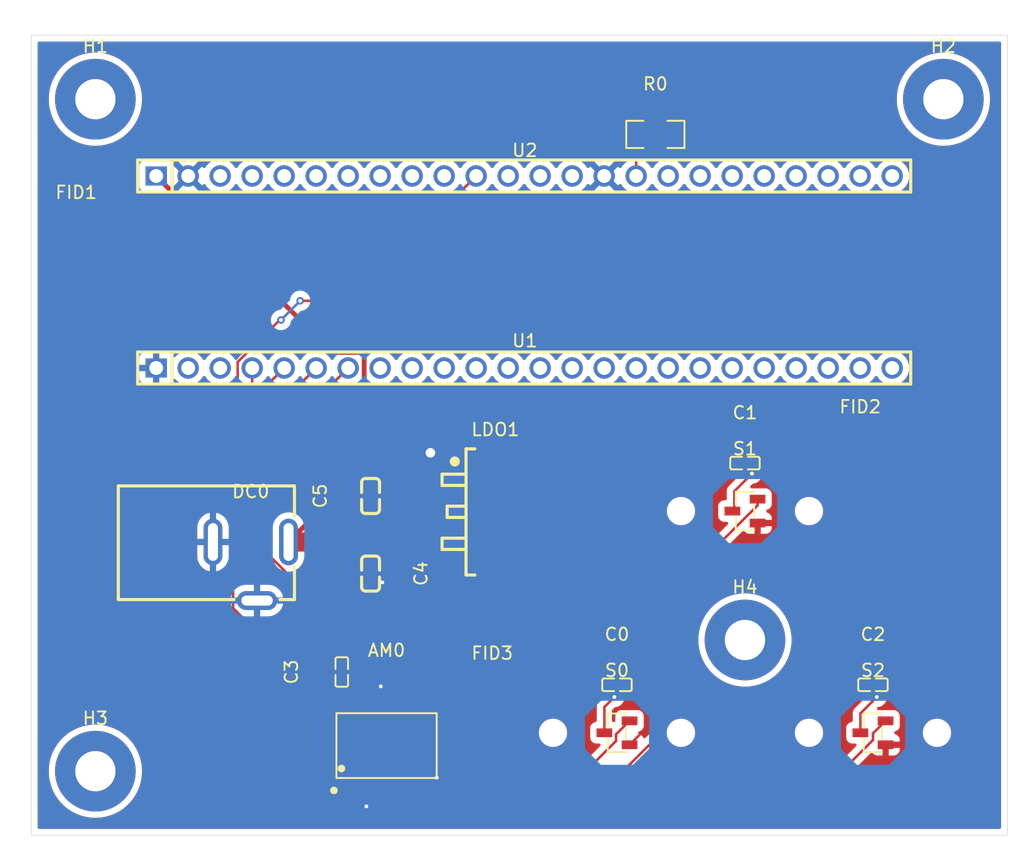
<source format=kicad_pcb>
(kicad_pcb (version 20240108) (generator "pcbnew") (generator_version "8.0")
  (layers (0 "F.Cu" signal) (31 "B.Cu" signal) (34 "B.Paste" user) (35 "F.Paste" user) (36 "B.SilkS" user "B.Silkscreen") (37 "F.SilkS" user "F.Silkscreen") (38 "B.Mask" user) (39 "F.Mask" user) (44 "Edge.Cuts" user))
  (net 0 "")
  (net 1 "AM0:1")
  (net 2 "CONTROL2")
  (net 3 "AM0:0")
  (net 4 "GND")
  (net 5 "AM0:2")
  (net 6 "CONTROL3")
  (net 7 "CONTROL1")
  (net 8 "AM0")
  (net 9 "CONTROL0")
  (net 10 "+3.3V")
  (net 11 "+5V")
  (net 12 "Net-(U0-41_A17)")
  (net 13 "Net-(U0-3V3-Pad15)")
  (net 14 "Net-(U0-1_TX1_CTX2_MISO1)")
  (net 15 "Net-(U0-36_CS)")
  (net 16 "Net-(U0-21_A7_RX5_BCLK1)")
  (net 17 "Net-(U0-33_MCLK2)")
  (net 18 "Net-(U0-24_A10_TX6_SCL2)")
  (net 19 "Net-(U0-27_A13_SCK1)")
  (net 20 "Net-(U0-14_A0_TX3_SPDIF_OUT)")
  (net 21 "Net-(U0-3V3-Pad46)")
  (net 22 "Net-(U0-15_A1_RX3_SPDIF_IN)")
  (net 23 "Net-(U0-39_MISO1_OUT1A)")
  (net 24 "Net-(U0-12_MISO_MQSL)")
  (net 25 "Net-(U0-22_A8_CTX1)")
  (net 26 "Net-(U0-40_A16)")
  (net 27 "Net-(U0-29_TX7)")
  (net 28 "Net-(U0-34_RX8)")
  (net 29 "Net-(U0-9_OUT1C)")
  (net 30 "Net-(U0-6_OUT1D)")
  (net 31 "Net-(U0-32_OUT1B)")
  (net 32 "Net-(U0-17_A3_TX4_SDA1)")
  (net 33 "Net-(U0-31_CTX3)")
  (net 34 "Net-(U0-11_MOSI_CTX1)")
  (net 35 "Net-(U0-26_A12_MOSI1)")
  (net 36 "Net-(U0-7_RX2_OUT1A)")
  (net 37 "Net-(U0-8_TX2_IN1)")
  (net 38 "Net-(U0-38_CS1_IN1)")
  (net 39 "Net-(U0-0_RX1_CRX2_CS1)")
  (net 40 "Net-(U0-23_A9_CRX1_MCLK1)")
  (net 41 "Net-(U0-35_TX8)")
  (net 42 "Net-(U0-10_CS_MQSR)")
  (net 43 "Net-(U0-20_A6_TX5_LRCLK1)")
  (net 44 "Net-(U0-19_A5_SCL)")
  (net 45 "Net-(U0-30_CRX3)")
  (net 46 "Net-(U0-18_A4_SDA)")
  (net 47 "Net-(U0-28_RX7)")
  (net 48 "Net-(U0-37_CS)")
  (net 49 "Net-(U0-13_SCK_LED)")
  (net 50 "Net-(U0-25_A11_RX6_SDA2)")
  (footprint "jlcpcb:C0402" (layer "F.Cu") (at 81.992 54.538371)
    (property "Reference" "C1" (at 0 -4 0) (layer "F.SilkS"))
    (property "Value" "CL05B104KA5NNNC")
    (fp_line (start -1.17 0.35) (end -1.17 -0.35) (stroke (width 0.15)) (layer "F.SilkS"))
    (fp_line (start -1.02 -0.5) (end -0.23 -0.5) (stroke (width 0.15)) (layer "F.SilkS"))
    (fp_line (start -0.23 0.5) (end -1.02 0.5) (stroke (width 0.15)) (layer "F.SilkS"))
    (fp_line (start 0.23 0.5) (end 1.02 0.5) (stroke (width 0.15)) (layer "F.SilkS"))
    (fp_line (start 1.02 -0.5) (end 0.23 -0.5) (stroke (width 0.15)) (layer "F.SilkS"))
    (fp_line (start 1.17 0.35) (end 1.17 -0.35) (stroke (width 0.15)) (layer "F.SilkS"))
    (fp_arc (start -1.17 -0.35) (mid -1.126066 -0.456066) (end -1.02 -0.5) (stroke (width 0.15)) (layer "F.SilkS"))
    (fp_arc (start -1.02 0.5) (mid -1.126066 0.456066) (end -1.17 0.35) (stroke (width 0.15)) (layer "F.SilkS"))
    (fp_arc (start 1.02 -0.5) (mid 1.126066 -0.456066) (end 1.17 -0.35) (stroke (width 0.15)) (layer "F.SilkS"))
    (fp_arc (start 1.17 0.35) (mid 1.126066 0.456066) (end 1.02 0.5) (stroke (width 0.15)) (layer "F.SilkS"))
    (pad "1" smd rect (at -0.55 0) (size 0.79 0.54) (layers "F.Cu" "F.Paste" "F.Mask") (net 10 "+3.3V"))
    (pad "2" smd rect (at 0.55 0) (size 0.79 0.54) (layers "F.Cu" "F.Paste" "F.Mask") (net 4 "GND"))
  )
  (footprint "jlcpcb:DC-IN-TH_DC-005-A250" (layer "F.Cu") (at 42.7625 63.1315)
    (property "Reference" "DC0" (at 0 -6.33 0) (layer "F.SilkS"))
    (property "Value" "DC-005-A250")
    (fp_line (start -10.51 -6.78) (end -10.51 2.24) (stroke (width 0.25)) (layer "F.SilkS"))
    (fp_line (start -10.51 2.24) (end -1.33 2.24) (stroke (width 0.25)) (layer "F.SilkS"))
    (fp_line (start 2.32 2.24) (end 3.47 2.24) (stroke (width 0.25)) (layer "F.SilkS"))
    (fp_line (start 3.47 -6.78) (end -10.51 -6.78) (stroke (width 0.25)) (layer "F.SilkS"))
    (fp_line (start 3.47 -4.29) (end 3.47 -6.78) (stroke (width 0.25)) (layer "F.SilkS"))
    (fp_line (start 3.47 2.24) (end 3.47 -0.37) (stroke (width 0.25)) (layer "F.SilkS"))
    (pad "1" thru_hole oval (at 3 -2.33) (size 1.5 3.7) (drill oval 0.799998 2.999994) (layers "*.Cu" "*.Mask") (net 11 "+5V"))
    (pad "2" thru_hole oval (at -3 -2.33) (size 1.5 3.7) (drill oval 0.799998 2.999994) (layers "*.Cu" "*.Mask") (net 4 "GND"))
    (pad "3" thru_hole oval (at 0.5 2.32) (size 3.2 1.5) (drill oval 2.50002 0.799998) (layers "*.Cu" "*.Mask") (net 4 "GND"))
  )
  (footprint "Fiducial:Fiducial_1mm_Mask2mm" (layer "F.Cu") (at 61.926 71.628)
    (property "Reference" "FID3" (at 0 -2 0) (layer "F.SilkS"))
    (property "Value" "Fiducial")
    (pad "" smd circle (at 0 0) (size 1 1) (layers "F.Cu" "F.Mask") (clearance 0.5))
  )
  (footprint "MountingHole:MountingHole_3.2mm_M3_Pad" (layer "F.Cu") (at 30.43 78.994)
    (property "Reference" "H3" (at 0 -4.2 0) (layer "F.SilkS"))
    (property "Value" "MountingHole")
    (pad "1" thru_hole circle (at 0 0) (size 6.4 6.4) (drill 3.2) (layers "*.Cu" "*.Mask"))
  )
  (footprint "Fiducial:Fiducial_1mm_Mask2mm" (layer "F.Cu") (at 28.906 35.052)
    (property "Reference" "FID1" (at 0 -2 0) (layer "F.SilkS"))
    (property "Value" "Fiducial")
    (pad "" smd circle (at 0 0) (size 1 1) (layers "F.Cu" "F.Mask") (clearance 0.5))
  )
  (footprint "jlcpcb:HDR-TH_24P-P2.54-V-F" (layer "F.Cu") (at 64.466 31.75)
    (property "Reference" "U2" (at 0.05 -2.032 0) (layer "F.SilkS"))
    (property "Value" "X6511FV-24-C85D32")
    (fp_line (start -30.68 -1.27) (end -30.68 1.27) (stroke (width 0.25)) (layer "F.SilkS"))
    (fp_line (start -30.68 -1.27) (end 30.68 -1.27) (stroke (width 0.25)) (layer "F.SilkS"))
    (fp_line (start -30.68 1.27) (end 30.68 1.27) (stroke (width 0.25)) (layer "F.SilkS"))
    (fp_line (start -27.94 -1.27) (end -27.94 1.27) (stroke (width 0.25)) (layer "F.SilkS"))
    (fp_line (start 30.68 -1.27) (end 30.68 1.27) (stroke (width 0.25)) (layer "F.SilkS"))
    (pad "1" thru_hole rect (at -29.21 0) (size 1.7 1.52) (drill 1.100023) (layers "*.Cu" "*.Mask") (net 11 "+5V"))
    (pad "2" thru_hole circle (at -26.67 0) (size 1.7 1.7) (drill 1.100023) (layers "*.Cu" "*.Mask") (net 4 "GND"))
    (pad "3" thru_hole circle (at -24.13 0) (size 1.7 1.7) (drill 1.100023) (layers "*.Cu" "*.Mask") (net 21 "Net-(U0-3V3-Pad46)"))
    (pad "4" thru_hole circle (at -21.59 0) (size 1.7 1.7) (drill 1.100023) (layers "*.Cu" "*.Mask") (net 40 "Net-(U0-23_A9_CRX1_MCLK1)"))
    (pad "5" thru_hole circle (at -19.05 0) (size 1.7 1.7) (drill 1.100023) (layers "*.Cu" "*.Mask") (net 25 "Net-(U0-22_A8_CTX1)"))
    (pad "6" thru_hole circle (at -16.51 0) (size 1.7 1.7) (drill 1.100023) (layers "*.Cu" "*.Mask") (net 16 "Net-(U0-21_A7_RX5_BCLK1)"))
    (pad "7" thru_hole circle (at -13.97 0) (size 1.7 1.7) (drill 1.100023) (layers "*.Cu" "*.Mask") (net 43 "Net-(U0-20_A6_TX5_LRCLK1)"))
    (pad "8" thru_hole circle (at -11.43 0) (size 1.7 1.7) (drill 1.100023) (layers "*.Cu" "*.Mask") (net 44 "Net-(U0-19_A5_SCL)"))
    (pad "9" thru_hole circle (at -8.89 0) (size 1.7 1.7) (drill 1.100023) (layers "*.Cu" "*.Mask") (net 46 "Net-(U0-18_A4_SDA)"))
    (pad "10" thru_hole circle (at -6.35 0) (size 1.7 1.7) (drill 1.100023) (layers "*.Cu" "*.Mask") (net 32 "Net-(U0-17_A3_TX4_SDA1)"))
    (pad "11" thru_hole circle (at -3.81 0) (size 1.7 1.7) (drill 1.100023) (layers "*.Cu" "*.Mask") (net 8 "AM0"))
    (pad "12" thru_hole circle (at -1.27 0) (size 1.7 1.7) (drill 1.100023) (layers "*.Cu" "*.Mask") (net 22 "Net-(U0-15_A1_RX3_SPDIF_IN)"))
    (pad "13" thru_hole circle (at 1.27 0) (size 1.7 1.7) (drill 1.100023) (layers "*.Cu" "*.Mask") (net 20 "Net-(U0-14_A0_TX3_SPDIF_OUT)"))
    (pad "14" thru_hole circle (at 3.81 0) (size 1.7 1.7) (drill 1.100023) (layers "*.Cu" "*.Mask") (net 49 "Net-(U0-13_SCK_LED)"))
    (pad "15" thru_hole circle (at 6.35 0) (size 1.7 1.7) (drill 1.100023) (layers "*.Cu" "*.Mask") (net 4 "GND"))
    (pad "16" thru_hole circle (at 8.89 0) (size 1.7 1.7) (drill 1.100023) (layers "*.Cu" "*.Mask") (net 12 "Net-(U0-41_A17)"))
    (pad "17" thru_hole circle (at 11.43 0) (size 1.7 1.7) (drill 1.100023) (layers "*.Cu" "*.Mask") (net 26 "Net-(U0-40_A16)"))
    (pad "18" thru_hole circle (at 13.97 0) (size 1.7 1.7) (drill 1.100023) (layers "*.Cu" "*.Mask") (net 23 "Net-(U0-39_MISO1_OUT1A)"))
    (pad "19" thru_hole circle (at 16.51 0) (size 1.7 1.7) (drill 1.100023) (layers "*.Cu" "*.Mask") (net 38 "Net-(U0-38_CS1_IN1)"))
    (pad "20" thru_hole circle (at 19.05 0) (size 1.7 1.7) (drill 1.100023) (layers "*.Cu" "*.Mask") (net 48 "Net-(U0-37_CS)"))
    (pad "21" thru_hole circle (at 21.59 0) (size 1.7 1.7) (drill 1.100023) (layers "*.Cu" "*.Mask") (net 15 "Net-(U0-36_CS)"))
    (pad "22" thru_hole circle (at 24.13 0) (size 1.7 1.7) (drill 1.100023) (layers "*.Cu" "*.Mask") (net 41 "Net-(U0-35_TX8)"))
    (pad "23" thru_hole circle (at 26.67 0) (size 1.7 1.7) (drill 1.100023) (layers "*.Cu" "*.Mask") (net 28 "Net-(U0-34_RX8)"))
    (pad "24" thru_hole circle (at 29.21 0) (size 1.7 1.7) (drill 1.100023) (layers "*.Cu" "*.Mask") (net 17 "Net-(U0-33_MCLK2)"))
  )
  (footprint "jlcpcb:HDR-TH_24P-P2.54-V-F" (layer "F.Cu") (at 64.466 46.99)
    (property "Reference" "U1" (at 0.05 -2.159 0) (layer "F.SilkS"))
    (property "Value" "X6511FV-24-C85D32")
    (fp_line (start -30.68 -1.27) (end -30.68 1.27) (stroke (width 0.25)) (layer "F.SilkS"))
    (fp_line (start -30.68 -1.27) (end 30.68 -1.27) (stroke (width 0.25)) (layer "F.SilkS"))
    (fp_line (start -30.68 1.27) (end 30.68 1.27) (stroke (width 0.25)) (layer "F.SilkS"))
    (fp_line (start -27.94 -1.27) (end -27.94 1.27) (stroke (width 0.25)) (layer "F.SilkS"))
    (fp_line (start 30.68 -1.27) (end 30.68 1.27) (stroke (width 0.25)) (layer "F.SilkS"))
    (pad "1" thru_hole rect (at -29.21 0) (size 1.7 1.52) (drill 1.100023) (layers "*.Cu" "*.Mask") (net 4 "GND"))
    (pad "2" thru_hole circle (at -26.67 0) (size 1.7 1.7) (drill 1.100023) (layers "*.Cu" "*.Mask") (net 39 "Net-(U0-0_RX1_CRX2_CS1)"))
    (pad "3" thru_hole circle (at -24.13 0) (size 1.7 1.7) (drill 1.100023) (layers "*.Cu" "*.Mask") (net 14 "Net-(U0-1_TX1_CTX2_MISO1)"))
    (pad "4" thru_hole circle (at -21.59 0) (size 1.7 1.7) (drill 1.100023) (layers "*.Cu" "*.Mask") (net 9 "CONTROL0"))
    (pad "5" thru_hole circle (at -19.05 0) (size 1.7 1.7) (drill 1.100023) (layers "*.Cu" "*.Mask") (net 7 "CONTROL1"))
    (pad "6" thru_hole circle (at -16.51 0) (size 1.7 1.7) (drill 1.100023) (layers "*.Cu" "*.Mask") (net 2 "CONTROL2"))
    (pad "7" thru_hole circle (at -13.97 0) (size 1.7 1.7) (drill 1.100023) (layers "*.Cu" "*.Mask") (net 6 "CONTROL3"))
    (pad "8" thru_hole circle (at -11.43 0) (size 1.7 1.7) (drill 1.100023) (layers "*.Cu" "*.Mask") (net 30 "Net-(U0-6_OUT1D)"))
    (pad "9" thru_hole circle (at -8.89 0) (size 1.7 1.7) (drill 1.100023) (layers "*.Cu" "*.Mask") (net 36 "Net-(U0-7_RX2_OUT1A)"))
    (pad "10" thru_hole circle (at -6.35 0) (size 1.7 1.7) (drill 1.100023) (layers "*.Cu" "*.Mask") (net 37 "Net-(U0-8_TX2_IN1)"))
    (pad "11" thru_hole circle (at -3.81 0) (size 1.7 1.7) (drill 1.100023) (layers "*.Cu" "*.Mask") (net 29 "Net-(U0-9_OUT1C)"))
    (pad "12" thru_hole circle (at -1.27 0) (size 1.7 1.7) (drill 1.100023) (layers "*.Cu" "*.Mask") (net 42 "Net-(U0-10_CS_MQSR)"))
    (pad "13" thru_hole circle (at 1.27 0) (size 1.7 1.7) (drill 1.100023) (layers "*.Cu" "*.Mask") (net 34 "Net-(U0-11_MOSI_CTX1)"))
    (pad "14" thru_hole circle (at 3.81 0) (size 1.7 1.7) (drill 1.100023) (layers "*.Cu" "*.Mask") (net 24 "Net-(U0-12_MISO_MQSL)"))
    (pad "15" thru_hole circle (at 6.35 0) (size 1.7 1.7) (drill 1.100023) (layers "*.Cu" "*.Mask") (net 13 "Net-(U0-3V3-Pad15)"))
    (pad "16" thru_hole circle (at 8.89 0) (size 1.7 1.7) (drill 1.100023) (layers "*.Cu" "*.Mask") (net 18 "Net-(U0-24_A10_TX6_SCL2)"))
    (pad "17" thru_hole circle (at 11.43 0) (size 1.7 1.7) (drill 1.100023) (layers "*.Cu" "*.Mask") (net 50 "Net-(U0-25_A11_RX6_SDA2)"))
    (pad "18" thru_hole circle (at 13.97 0) (size 1.7 1.7) (drill 1.100023) (layers "*.Cu" "*.Mask") (net 35 "Net-(U0-26_A12_MOSI1)"))
    (pad "19" thru_hole circle (at 16.51 0) (size 1.7 1.7) (drill 1.100023) (layers "*.Cu" "*.Mask") (net 19 "Net-(U0-27_A13_SCK1)"))
    (pad "20" thru_hole circle (at 19.05 0) (size 1.7 1.7) (drill 1.100023) (layers "*.Cu" "*.Mask") (net 47 "Net-(U0-28_RX7)"))
    (pad "21" thru_hole circle (at 21.59 0) (size 1.7 1.7) (drill 1.100023) (layers "*.Cu" "*.Mask") (net 27 "Net-(U0-29_TX7)"))
    (pad "22" thru_hole circle (at 24.13 0) (size 1.7 1.7) (drill 1.100023) (layers "*.Cu" "*.Mask") (net 45 "Net-(U0-30_CRX3)"))
    (pad "23" thru_hole circle (at 26.67 0) (size 1.7 1.7) (drill 1.100023) (layers "*.Cu" "*.Mask") (net 33 "Net-(U0-31_CTX3)"))
    (pad "24" thru_hole circle (at 29.21 0) (size 1.7 1.7) (drill 1.100023) (layers "*.Cu" "*.Mask") (net 31 "Net-(U0-32_OUT1B)"))
  )
  (footprint "MountingHole:MountingHole_3.2mm_M3_Pad" (layer "F.Cu") (at 81.992 68.58)
    (property "Reference" "H4" (at 0 -4.2 0) (layer "F.SilkS"))
    (property "Value" "MountingHole")
    (pad "1" thru_hole circle (at 0 0) (size 6.4 6.4) (drill 3.2) (layers "*.Cu" "*.Mask"))
  )
  (footprint "MountingHole:MountingHole_3.2mm_M3_Pad" (layer "F.Cu") (at 30.43 25.654)
    (property "Reference" "H1" (at 0 -4.2 0) (layer "F.SilkS"))
    (property "Value" "MountingHole")
    (pad "1" thru_hole circle (at 0 0) (size 6.4 6.4) (drill 3.2) (layers "*.Cu" "*.Mask"))
  )
  (footprint "jlcpcb:SSOP-24_L8.1-W5.3-P0.65-LS7.8-BL" (layer "F.Cu") (at 53.544 76.962)
    (property "Reference" "AM0" (at 0 -7.56 0) (layer "F.SilkS"))
    (property "Value" "CD74HC4067SM96")
    (fp_line (start -3.98 -2.57) (end 3.98 -2.57) (stroke (width 0.15)) (layer "F.SilkS"))
    (fp_line (start -3.98 2.57) (end -3.98 -2.57) (stroke (width 0.15)) (layer "F.SilkS"))
    (fp_line (start 3.98 -2.57) (end 3.98 2.57) (stroke (width 0.15)) (layer "F.SilkS"))
    (fp_line (start 3.98 2.57) (end -3.98 2.57) (stroke (width 0.15)) (layer "F.SilkS"))
    (fp_circle (center -4.18 3.56) (end -4.03 3.56) (stroke (width 0.3)) (fill none) (layer "F.SilkS"))
    (fp_circle (center -3.58 1.82) (end -3.43 1.82) (stroke (width 0.3)) (fill none) (layer "F.SilkS"))
    (pad "1" smd oval (at -3.58 3.56) (size 0.31 1.32) (layers "F.Cu" "F.Paste" "F.Mask") (net 8 "AM0"))
    (pad "2" smd oval (at -2.93 3.56) (size 0.31 1.32) (layers "F.Cu" "F.Paste" "F.Mask") (net 4 "GND"))
    (pad "3" smd oval (at -2.28 3.56) (size 0.31 1.32) (layers "F.Cu" "F.Paste" "F.Mask") (net 4 "GND"))
    (pad "4" smd oval (at -1.63 3.56) (size 0.31 1.32) (layers "F.Cu" "F.Paste" "F.Mask") (net 4 "GND"))
    (pad "5" smd oval (at -0.98 3.56) (size 0.31 1.32) (layers "F.Cu" "F.Paste" "F.Mask") (net 4 "GND"))
    (pad "6" smd oval (at -0.32 3.56) (size 0.31 1.32) (layers "F.Cu" "F.Paste" "F.Mask") (net 4 "GND"))
    (pad "7" smd oval (at 0.33 3.56) (size 0.31 1.32) (layers "F.Cu" "F.Paste" "F.Mask") (net 5 "AM0:2"))
    (pad "8" smd oval (at 0.98 3.56) (size 0.31 1.32) (layers "F.Cu" "F.Paste" "F.Mask") (net 1 "AM0:1"))
    (pad "9" smd oval (at 1.63 3.56) (size 0.31 1.32) (layers "F.Cu" "F.Paste" "F.Mask") (net 3 "AM0:0"))
    (pad "10" smd oval (at 2.28 3.56) (size 0.31 1.32) (layers "F.Cu" "F.Paste" "F.Mask") (net 9 "CONTROL0"))
    (pad "11" smd oval (at 2.93 3.56) (size 0.31 1.32) (layers "F.Cu" "F.Paste" "F.Mask") (net 7 "CONTROL1"))
    (pad "12" smd oval (at 3.58 3.56) (size 0.31 1.32) (layers "F.Cu" "F.Paste" "F.Mask") (net 4 "GND"))
    (pad "13" smd oval (at 3.58 -3.56) (size 0.31 1.32) (layers "F.Cu" "F.Paste" "F.Mask") (net 6 "CONTROL3"))
    (pad "14" smd oval (at 2.93 -3.56) (size 0.31 1.32) (layers "F.Cu" "F.Paste" "F.Mask") (net 2 "CONTROL2"))
    (pad "15" smd oval (at 2.28 -3.56) (size 0.31 1.32) (layers "F.Cu" "F.Paste" "F.Mask") (net 4 "GND"))
    (pad "16" smd oval (at 1.63 -3.56) (size 0.31 1.32) (layers "F.Cu" "F.Paste" "F.Mask") (net 4 "GND"))
    (pad "17" smd oval (at 0.98 -3.56) (size 0.31 1.32) (layers "F.Cu" "F.Paste" "F.Mask") (net 4 "GND"))
    (pad "18" smd oval (at 0.33 -3.56) (size 0.31 1.32) (layers "F.Cu" "F.Paste" "F.Mask") (net 4 "GND"))
    (pad "19" smd oval (at -0.32 -3.56) (size 0.31 1.32) (layers "F.Cu" "F.Paste" "F.Mask") (net 4 "GND"))
    (pad "20" smd oval (at -0.98 -3.56) (size 0.31 1.32) (layers "F.Cu" "F.Paste" "F.Mask") (net 4 "GND"))
    (pad "21" smd oval (at -1.63 -3.56) (size 0.31 1.32) (layers "F.Cu" "F.Paste" "F.Mask") (net 4 "GND"))
    (pad "22" smd oval (at -2.28 -3.56) (size 0.31 1.32) (layers "F.Cu" "F.Paste" "F.Mask") (net 4 "GND"))
    (pad "23" smd oval (at -2.93 -3.56) (size 0.31 1.32) (layers "F.Cu" "F.Paste" "F.Mask") (net 4 "GND"))
    (pad "24" smd oval (at -3.58 -3.56) (size 0.31 1.32) (layers "F.Cu" "F.Paste" "F.Mask") (net 10 "+3.3V"))
  )
  (footprint "jlcpcb:SOT-23-3_L2.9-W1.3-P1.90-LS2.4-BR" (layer "F.Cu") (at 92.152 75.946)
    (property "Reference" "S2" (at 0 -4.95 0) (layer "F.SilkS"))
    (property "Value" "GH39FKSW")
    (fp_line (start -0.73 -1.53) (end -0.73 -0.49) (stroke (width 0.15)) (layer "F.SilkS"))
    (fp_line (start -0.73 1.53) (end -0.73 0.49) (stroke (width 0.15)) (layer "F.SilkS"))
    (fp_line (start 0.73 -1.53) (end -0.73 -1.53) (stroke (width 0.15)) (layer "F.SilkS"))
    (fp_line (start 0.73 -0.46) (end 0.73 0.46) (stroke (width 0.15)) (layer "F.SilkS"))
    (fp_line (start 0.73 1.53) (end -0.73 1.53) (stroke (width 0.15)) (layer "F.SilkS"))
    (pad "1" smd rect (at 1 0.95) (size 1.25 0.7) (layers "F.Cu" "F.Paste" "F.Mask") (net 10 "+3.3V"))
    (pad "2" smd rect (at 1 -0.95) (size 1.25 0.7) (layers "F.Cu" "F.Paste" "F.Mask") (net 5 "AM0:2"))
    (pad "3" smd rect (at -1 0) (size 1.25 0.7) (layers "F.Cu" "F.Paste" "F.Mask") (net 4 "GND"))
  )
  (footprint "jlcpcb:SOT-23-3_L2.9-W1.3-P1.90-LS2.4-BR" (layer "F.Cu") (at 71.832 75.946)
    (property "Reference" "S0" (at 0 -4.95 0) (layer "F.SilkS"))
    (property "Value" "GH39FKSW")
    (fp_line (start -0.73 -1.53) (end -0.73 -0.49) (stroke (width 0.15)) (layer "F.SilkS"))
    (fp_line (start -0.73 1.53) (end -0.73 0.49) (stroke (width 0.15)) (layer "F.SilkS"))
    (fp_line (start 0.73 -1.53) (end -0.73 -1.53) (stroke (width 0.15)) (layer "F.SilkS"))
    (fp_line (start 0.73 -0.46) (end 0.73 0.46) (stroke (width 0.15)) (layer "F.SilkS"))
    (fp_line (start 0.73 1.53) (end -0.73 1.53) (stroke (width 0.15)) (layer "F.SilkS"))
    (pad "1" smd rect (at 1 0.95) (size 1.25 0.7) (layers "F.Cu" "F.Paste" "F.Mask") (net 10 "+3.3V"))
    (pad "2" smd rect (at 1 -0.95) (size 1.25 0.7) (layers "F.Cu" "F.Paste" "F.Mask") (net 3 "AM0:0"))
    (pad "3" smd rect (at -1 0) (size 1.25 0.7) (layers "F.Cu" "F.Paste" "F.Mask") (net 4 "GND"))
  )
  (footprint "jlcpcb:SOT-23-3_L2.9-W1.3-P1.90-LS2.4-BR" (layer "F.Cu") (at 81.992 58.348371)
    (property "Reference" "S1" (at 0 -4.95 0) (layer "F.SilkS"))
    (property "Value" "GH39FKSW")
    (fp_line (start -0.73 -1.53) (end -0.73 -0.49) (stroke (width 0.15)) (layer "F.SilkS"))
    (fp_line (start -0.73 1.53) (end -0.73 0.49) (stroke (width 0.15)) (layer "F.SilkS"))
    (fp_line (start 0.73 -1.53) (end -0.73 -1.53) (stroke (width 0.15)) (layer "F.SilkS"))
    (fp_line (start 0.73 -0.46) (end 0.73 0.46) (stroke (width 0.15)) (layer "F.SilkS"))
    (fp_line (start 0.73 1.53) (end -0.73 1.53) (stroke (width 0.15)) (layer "F.SilkS"))
    (pad "1" smd rect (at 1 0.95) (size 1.25 0.7) (layers "F.Cu" "F.Paste" "F.Mask") (net 10 "+3.3V"))
    (pad "2" smd rect (at 1 -0.95) (size 1.25 0.7) (layers "F.Cu" "F.Paste" "F.Mask") (net 1 "AM0:1"))
    (pad "3" smd rect (at -1 0) (size 1.25 0.7) (layers "F.Cu" "F.Paste" "F.Mask") (net 4 "GND"))
  )
  (footprint "jlcpcb:C0402" (layer "F.Cu") (at 71.832 72.136)
    (property "Reference" "C0" (at 0 -4 0) (layer "F.SilkS"))
    (property "Value" "CL05B104KA5NNNC")
    (fp_line (start -1.17 0.35) (end -1.17 -0.35) (stroke (width 0.15)) (layer "F.SilkS"))
    (fp_line (start -1.02 -0.5) (end -0.23 -0.5) (stroke (width 0.15)) (layer "F.SilkS"))
    (fp_line (start -0.23 0.5) (end -1.02 0.5) (stroke (width 0.15)) (layer "F.SilkS"))
    (fp_line (start 0.23 0.5) (end 1.02 0.5) (stroke (width 0.15)) (layer "F.SilkS"))
    (fp_line (start 1.02 -0.5) (end 0.23 -0.5) (stroke (width 0.15)) (layer "F.SilkS"))
    (fp_line (start 1.17 0.35) (end 1.17 -0.35) (stroke (width 0.15)) (layer "F.SilkS"))
    (fp_arc (start -1.17 -0.35) (mid -1.126066 -0.456066) (end -1.02 -0.5) (stroke (width 0.15)) (layer "F.SilkS"))
    (fp_arc (start -1.02 0.5) (mid -1.126066 0.456066) (end -1.17 0.35) (stroke (width 0.15)) (layer "F.SilkS"))
    (fp_arc (start 1.02 -0.5) (mid 1.126066 -0.456066) (end 1.17 -0.35) (stroke (width 0.15)) (layer "F.SilkS"))
    (fp_arc (start 1.17 0.35) (mid 1.126066 0.456066) (end 1.02 0.5) (stroke (width 0.15)) (layer "F.SilkS"))
    (pad "1" smd rect (at -0.55 0) (size 0.79 0.54) (layers "F.Cu" "F.Paste" "F.Mask") (net 10 "+3.3V"))
    (pad "2" smd rect (at 0.55 0) (size 0.79 0.54) (layers "F.Cu" "F.Paste" "F.Mask") (net 4 "GND"))
  )
  (footprint "jlcpcb:TO-263-3_L8.6-W10.2-P2.54-LS14.4-TL" (layer "F.Cu") (at 62.18 58.42)
    (property "Reference" "LDO1" (at 0 -6.54 0) (layer "F.SilkS"))
    (property "Value" "AMS1085CM-3.3")
    (fp_line (start -4.23 -2.11) (end -4.23 -3) (stroke (width 0.25)) (layer "F.SilkS"))
    (fp_line (start -4.23 2.08) (end -2.33 2.08) (stroke (width 0.25)) (layer "F.SilkS"))
    (fp_line (start -4.23 2.97) (end -4.23 2.08) (stroke (width 0.25)) (layer "F.SilkS"))
    (fp_line (start -3.83 -0.46) (end -2.33 -0.46) (stroke (width 0.25)) (layer "F.SilkS"))
    (fp_line (start -3.83 0.43) (end -3.83 -0.46) (stroke (width 0.25)) (layer "F.SilkS"))
    (fp_line (start -2.33 -5.01) (end -1.63 -5.01) (stroke (width 0.25)) (layer "F.SilkS"))
    (fp_line (start -2.33 -3) (end -4.23 -3) (stroke (width 0.25)) (layer "F.SilkS"))
    (fp_line (start -2.33 -2.11) (end -4.23 -2.11) (stroke (width 0.25)) (layer "F.SilkS"))
    (fp_line (start -2.33 0.43) (end -3.83 0.43) (stroke (width 0.25)) (layer "F.SilkS"))
    (fp_line (start -2.33 2.97) (end -4.23 2.97) (stroke (width 0.25)) (layer "F.SilkS"))
    (fp_line (start -2.33 5) (end -2.33 -5.01) (stroke (width 0.25)) (layer "F.SilkS"))
    (fp_line (start -1.63 5) (end -2.33 5) (stroke (width 0.25)) (layer "F.SilkS"))
    (fp_arc (start -3.22 -4.21) (mid -3.214985 -3.810063) (end -3.230014 -4.209749) (stroke (width 0.4)) (layer "F.SilkS"))
    (pad "1" smd rect (at -5.13 -2.54) (size 4.5 1.51) (layers "F.Cu" "F.Paste" "F.Mask") (net 4 "GND"))
    (pad "2" smd rect (at -5.13 0) (size 4.5 1.51) (layers "F.Cu" "F.Paste" "F.Mask") (net 10 "+3.3V"))
    (pad "3" smd rect (at -5.13 2.54) (size 4.5 1.51) (layers "F.Cu" "F.Paste" "F.Mask") (net 11 "+5V"))
    (pad "4" smd rect (at 5.13 0) (size 10.02 10.8) (layers "F.Cu" "F.Paste" "F.Mask") (net 10 "+3.3V"))
  )
  (footprint "jlcpcb:R1206" (layer "F.Cu") (at 74.88 28.448)
    (property "Reference" "R0" (at 0 -4 0) (layer "F.SilkS"))
    (property "Value" "1206W4F1001T5E")
    (fp_line (start -2.31 -1.08) (end -0.95 -1.08) (stroke (width 0.15)) (layer "F.SilkS"))
    (fp_line (start -2.31 1.08) (end -2.31 -1.08) (stroke (width 0.15)) (layer "F.SilkS"))
    (fp_line (start -0.95 1.08) (end -2.31 1.08) (stroke (width 0.15)) (layer "F.SilkS"))
    (fp_line (start 0.95 1.08) (end 2.31 1.08) (stroke (width 0.15)) (layer "F.SilkS"))
    (fp_line (start 2.31 -1.08) (end 0.95 -1.08) (stroke (width 0.15)) (layer "F.SilkS"))
    (fp_line (start 2.31 1.08) (end 2.31 -1.08) (stroke (width 0.15)) (layer "F.SilkS"))
    (pad "1" smd rect (at -1.48 0) (size 1.21 1.7) (layers "F.Cu" "F.Paste" "F.Mask") (net 12 "Net-(U0-41_A17)"))
    (pad "2" smd rect (at 1.48 0) (size 1.21 1.7) (layers "F.Cu" "F.Paste" "F.Mask") (net 10 "+3.3V"))
  )
  (footprint "jlcpcb:C0402" (layer "F.Cu") (at 49.988 71.12 90)
    (property "Reference" "C3" (at 0 -4 90) (layer "F.SilkS"))
    (property "Value" "CL05B104KA5NNNC")
    (fp_line (start 1.02 -0.5) (end 0.23 -0.5) (stroke (width 0.15)) (layer "F.SilkS"))
    (fp_line (start -1.02 -0.5) (end -0.23 -0.5) (stroke (width 0.15)) (layer "F.SilkS"))
    (fp_line (start 1.17 0.35) (end 1.17 -0.35) (stroke (width 0.15)) (layer "F.SilkS"))
    (fp_line (start -1.17 0.35) (end -1.17 -0.35) (stroke (width 0.15)) (layer "F.SilkS"))
    (fp_line (start 0.23 0.5) (end 1.02 0.5) (stroke (width 0.15)) (layer "F.SilkS"))
    (fp_line (start -0.23 0.5) (end -1.02 0.5) (stroke (width 0.15)) (layer "F.SilkS"))
    (fp_arc (start 1.02 -0.5) (mid 1.126066 -0.456066) (end 1.17 -0.35) (stroke (width 0.15)) (layer "F.SilkS"))
    (fp_arc (start -1.17 -0.35) (mid -1.126066 -0.456066) (end -1.02 -0.5) (stroke (width 0.15)) (layer "F.SilkS"))
    (fp_arc (start 1.17 0.35) (mid 1.126066 0.456066) (end 1.02 0.5) (stroke (width 0.15)) (layer "F.SilkS"))
    (fp_arc (start -1.02 0.5) (mid -1.126066 0.456066) (end -1.17 0.35) (stroke (width 0.15)) (layer "F.SilkS"))
    (pad "1" smd rect (at -0.55 0 90) (size 0.79 0.54) (layers "F.Cu" "F.Paste" "F.Mask") (net 10 "+3.3V"))
    (pad "2" smd rect (at 0.55 0 90) (size 0.79 0.54) (layers "F.Cu" "F.Paste" "F.Mask") (net 4 "GND"))
  )
  (footprint "jlcpcb:C0402" (layer "F.Cu") (at 92.152 72.136)
    (property "Reference" "C2" (at 0 -4 0) (layer "F.SilkS"))
    (property "Value" "CL05B104KA5NNNC")
    (fp_line (start -1.17 0.35) (end -1.17 -0.35) (stroke (width 0.15)) (layer "F.SilkS"))
    (fp_line (start -1.02 -0.5) (end -0.23 -0.5) (stroke (width 0.15)) (layer "F.SilkS"))
    (fp_line (start -0.23 0.5) (end -1.02 0.5) (stroke (width 0.15)) (layer "F.SilkS"))
    (fp_line (start 0.23 0.5) (end 1.02 0.5) (stroke (width 0.15)) (layer "F.SilkS"))
    (fp_line (start 1.02 -0.5) (end 0.23 -0.5) (stroke (width 0.15)) (layer "F.SilkS"))
    (fp_line (start 1.17 0.35) (end 1.17 -0.35) (stroke (width 0.15)) (layer "F.SilkS"))
    (fp_arc (start -1.17 -0.35) (mid -1.126066 -0.456066) (end -1.02 -0.5) (stroke (width 0.15)) (layer "F.SilkS"))
    (fp_arc (start -1.02 0.5) (mid -1.126066 0.456066) (end -1.17 0.35) (stroke (width 0.15)) (layer "F.SilkS"))
    (fp_arc (start 1.02 -0.5) (mid 1.126066 -0.456066) (end 1.17 -0.35) (stroke (width 0.15)) (layer "F.SilkS"))
    (fp_arc (start 1.17 0.35) (mid 1.126066 0.456066) (end 1.02 0.5) (stroke (width 0.15)) (layer "F.SilkS"))
    (pad "1" smd rect (at -0.55 0) (size 0.79 0.54) (layers "F.Cu" "F.Paste" "F.Mask") (net 10 "+3.3V"))
    (pad "2" smd rect (at 0.55 0) (size 0.79 0.54) (layers "F.Cu" "F.Paste" "F.Mask") (net 4 "GND"))
  )
  (footprint "MountingHole:MountingHole_3.2mm_M3_Pad" (layer "F.Cu") (at 97.74 25.654)
    (property "Reference" "H2" (at 0 -4.2 0) (layer "F.SilkS"))
    (property "Value" "MountingHole")
    (pad "1" thru_hole circle (at 0 0) (size 6.4 6.4) (drill 3.2) (layers "*.Cu" "*.Mask"))
  )
  (footprint "jlcpcb:C0603" (layer "F.Cu") (at 52.274 63.308 -90)
    (property "Reference" "C4" (at 0 -4 90) (layer "F.SilkS"))
    (property "Value" "CL10A106MQ8NNNC")
    (fp_line (start -0.28 0.71) (end -1.08 0.71) (stroke (width 0.25)) (layer "F.SilkS"))
    (fp_line (start 0.28 0.71) (end 1.08 0.71) (stroke (width 0.25)) (layer "F.SilkS"))
    (fp_line (start -1.39 0.4) (end -1.39 -0.4) (stroke (width 0.25)) (layer "F.SilkS"))
    (fp_line (start 1.39 -0.4) (end 1.39 0.4) (stroke (width 0.25)) (layer "F.SilkS"))
    (fp_line (start -0.28 -0.71) (end -1.08 -0.71) (stroke (width 0.25)) (layer "F.SilkS"))
    (fp_line (start 0.28 -0.71) (end 1.08 -0.71) (stroke (width 0.25)) (layer "F.SilkS"))
    (fp_arc (start -1.08 0.71) (mid -1.299203 0.619203) (end -1.39 0.4) (stroke (width 0.25)) (layer "F.SilkS"))
    (fp_arc (start 1.39 0.4) (mid 1.299203 0.619203) (end 1.08 0.71) (stroke (width 0.25)) (layer "F.SilkS"))
    (fp_arc (start -1.39 -0.4) (mid -1.299203 -0.619203) (end -1.08 -0.71) (stroke (width 0.25)) (layer "F.SilkS"))
    (fp_arc (start 1.08 -0.71) (mid 1.299203 -0.619203) (end 1.39 -0.4) (stroke (width 0.25)) (layer "F.SilkS"))
    (pad "1" smd rect (at -0.7 0 270) (size 0.8 0.9) (layers "F.Cu" "F.Paste" "F.Mask") (net 11 "+5V"))
    (pad "2" smd rect (at 0.7 0 270) (size 0.8 0.9) (layers "F.Cu" "F.Paste" "F.Mask") (net 4 "GND"))
  )
  (footprint "jlcpcb:C0603" (layer "F.Cu") (at 52.274 57.15 90)
    (property "Reference" "C5" (at 0 -4 90) (layer "F.SilkS"))
    (property "Value" "CL10A106MQ8NNNC")
    (fp_line (start 0.28 -0.71) (end 1.08 -0.71) (stroke (width 0.25)) (layer "F.SilkS"))
    (fp_line (start -0.28 -0.71) (end -1.08 -0.71) (stroke (width 0.25)) (layer "F.SilkS"))
    (fp_line (start 1.39 -0.4) (end 1.39 0.4) (stroke (width 0.25)) (layer "F.SilkS"))
    (fp_line (start -1.39 0.4) (end -1.39 -0.4) (stroke (width 0.25)) (layer "F.SilkS"))
    (fp_line (start 0.28 0.71) (end 1.08 0.71) (stroke (width 0.25)) (layer "F.SilkS"))
    (fp_line (start -0.28 0.71) (end -1.08 0.71) (stroke (width 0.25)) (layer "F.SilkS"))
    (fp_arc (start 1.08 -0.71) (mid 1.299203 -0.619203) (end 1.39 -0.4) (stroke (width 0.25)) (layer "F.SilkS"))
    (fp_arc (start -1.39 -0.4) (mid -1.299203 -0.619203) (end -1.08 -0.71) (stroke (width 0.25)) (layer "F.SilkS"))
    (fp_arc (start 1.39 0.4) (mid 1.299203 0.619203) (end 1.08 0.71) (stroke (width 0.25)) (layer "F.SilkS"))
    (fp_arc (start -1.08 0.71) (mid -1.299203 0.619203) (end -1.39 0.4) (stroke (width 0.25)) (layer "F.SilkS"))
    (pad "1" smd rect (at -0.7 0 90) (size 0.8 0.9) (layers "F.Cu" "F.Paste" "F.Mask") (net 10 "+3.3V"))
    (pad "2" smd rect (at 0.7 0 90) (size 0.8 0.9) (layers "F.Cu" "F.Paste" "F.Mask") (net 4 "GND"))
  )
  (footprint "Fiducial:Fiducial_1mm_Mask2mm" (layer "F.Cu") (at 91.136 52.07)
    (property "Reference" "FID2" (at 0 -2 0) (layer "F.SilkS"))
    (property "Value" "Fiducial")
    (pad "" smd circle (at 0 0) (size 1 1) (layers "F.Cu" "F.Mask") (clearance 0.5))
  )
  (footprint "lekker:SW_MX_Lekker" (layer "B.Cu") (at 71.832 75.946 180)
    (property "Reference" "REF0")
    (property "Value" "SW_MX_Lekker" (hide yes))
    (pad "" np_thru_hole circle (at -5.08 0 180) (size 1.75 1.75) (drill 1.75) (layers "*.Cu" "*.Mask"))
    (pad "" np_thru_hole circle (at 5.08 0 180) (size 1.75 1.75) (drill 1.75) (layers "*.Cu" "*.Mask"))
    (zone (net 0) (net_name "") (layers "In1.Cu" "In2.Cu" "In3.Cu" "In4.Cu" "In5.Cu" "In6.Cu" "In7.Cu" "In8.Cu" "In9.Cu" "In10.Cu" "In11.Cu" "In12.Cu" "In13.Cu" "In14.Cu" "In15.Cu" "In16.Cu" "In17.Cu" "In18.Cu" "In19.Cu" "In20.Cu" "In21.Cu" "In22.Cu" "In23.Cu" "In24.Cu" "In25.Cu" "In26.Cu" "In27.Cu" "In28.Cu" "In29.Cu" "In30.Cu" "B.Cu") (connect_pads (clearance 0)) (min_thickness 0.25)
      (keepout (tracks not_allowed) (vias not_allowed) (pads not_allowed) (copperpour not_allowed) (footprints allowed))
      (fill (thermal_gap 0.5) (thermal_bridge_width 0.5))
      (polygon (pts (xy 74.372 74.676) (xy 73.102 73.406) (xy 70.562 73.406) (xy 69.292 74.676) (xy 69.292 77.216) (xy 70.562 78.486) (xy 73.102 78.486) (xy 74.372 77.216)))
    )
  )
  (footprint "lekker:SW_MX_Lekker" (layer "B.Cu") (at 92.152 75.946 180)
    (property "Reference" "REF2")
    (property "Value" "SW_MX_Lekker" (hide yes))
    (pad "" np_thru_hole circle (at -5.08 0 180) (size 1.75 1.75) (drill 1.75) (layers "*.Cu" "*.Mask"))
    (pad "" np_thru_hole circle (at 5.08 0 180) (size 1.75 1.75) (drill 1.75) (layers "*.Cu" "*.Mask"))
    (zone (net 0) (net_name "") (layers "In1.Cu" "In2.Cu" "In3.Cu" "In4.Cu" "In5.Cu" "In6.Cu" "In7.Cu" "In8.Cu" "In9.Cu" "In10.Cu" "In11.Cu" "In12.Cu" "In13.Cu" "In14.Cu" "In15.Cu" "In16.Cu" "In17.Cu" "In18.Cu" "In19.Cu" "In20.Cu" "In21.Cu" "In22.Cu" "In23.Cu" "In24.Cu" "In25.Cu" "In26.Cu" "In27.Cu" "In28.Cu" "In29.Cu" "In30.Cu" "B.Cu") (connect_pads (clearance 0)) (min_thickness 0.25)
      (keepout (tracks not_allowed) (vias not_allowed) (pads not_allowed) (copperpour not_allowed) (footprints allowed))
      (fill (thermal_gap 0.5) (thermal_bridge_width 0.5))
      (polygon (pts (xy 94.692 74.676) (xy 93.422 73.406) (xy 90.882 73.406) (xy 89.612 74.676) (xy 89.612 77.216) (xy 90.882 78.486) (xy 93.422 78.486) (xy 94.692 77.216)))
    )
  )
  (footprint "lekker:SW_MX_Lekker" (layer "B.Cu") (at 81.992 58.348371 180)
    (property "Reference" "REF1")
    (property "Value" "SW_MX_Lekker" (hide yes))
    (pad "" np_thru_hole circle (at -5.08 0 180) (size 1.75 1.75) (drill 1.75) (layers "*.Cu" "*.Mask"))
    (pad "" np_thru_hole circle (at 5.08 0 180) (size 1.75 1.75) (drill 1.75) (layers "*.Cu" "*.Mask"))
    (zone (net 0) (net_name "") (layers "In1.Cu" "In2.Cu" "In3.Cu" "In4.Cu" "In5.Cu" "In6.Cu" "In7.Cu" "In8.Cu" "In9.Cu" "In10.Cu" "In11.Cu" "In12.Cu" "In13.Cu" "In14.Cu" "In15.Cu" "In16.Cu" "In17.Cu" "In18.Cu" "In19.Cu" "In20.Cu" "In21.Cu" "In22.Cu" "In23.Cu" "In24.Cu" "In25.Cu" "In26.Cu" "In27.Cu" "In28.Cu" "In29.Cu" "In30.Cu" "B.Cu") (connect_pads (clearance 0)) (min_thickness 0.25)
      (keepout (tracks not_allowed) (vias not_allowed) (pads not_allowed) (copperpour not_allowed) (footprints allowed))
      (fill (thermal_gap 0.5) (thermal_bridge_width 0.5))
      (polygon (pts (xy 84.532 57.078371) (xy 83.262 55.808371) (xy 80.722 55.808371) (xy 79.452 57.078371) (xy 79.452 59.618371) (xy 80.722 60.888371) (xy 83.262 60.888371) (xy 84.532 59.618371)))
    )
  )
  (gr_rect (start 25.35 20.574) (end 102.82 84.074) (stroke (width 0.05)) (fill none) (layer "Edge.Cuts"))
  (segment (start 69.369 81.934) (end 75.642 75.661) (width 0.2) (layer "F.Cu") (net 1))
  (segment (start 54.524 80.522) (end 54.524 81.027) (width 0.2) (layer "F.Cu") (net 1))
  (segment (start 75.642 65.246) (end 82.992 57.896) (width 0.2) (layer "F.Cu") (net 1))
  (segment (start 54.524 81.027) (end 55.431 81.934) (width 0.2) (layer "F.Cu") (net 1))
  (segment (start 55.431 81.934) (end 69.369 81.934) (width 0.2) (layer "F.Cu") (net 1))
  (segment (start 75.642 75.661) (end 75.642 65.246) (width 0.2) (layer "F.Cu") (net 1))
  (segment (start 82.992 57.896) (end 82.992 57.398371) (width 0.2) (layer "F.Cu") (net 1))
  (segment (start 48.009095 64.438628) (end 46.216 64.438628) (width 0.2) (layer "F.Cu") (net 2))
  (segment (start 43.676 61.898628) (end 43.676 51.27) (width 0.2) (layer "F.Cu") (net 2))
  (segment (start 46.216 64.438628) (end 43.676 61.898628) (width 0.2) (layer "F.Cu") (net 2))
  (segment (start 43.676 51.27) (end 47.956 46.99) (width 0.2) (layer "F.Cu") (net 2))
  (segment (start 56.474 72.903533) (end 48.009095 64.438628) (width 0.2) (layer "F.Cu") (net 2))
  (segment (start 56.474 73.402) (end 56.474 72.903533) (width 0.2) (layer "F.Cu") (net 2))
  (segment (start 71.757 76.071) (end 72.832 74.996) (width 0.2) (layer "F.Cu") (net 3))
  (segment (start 55.174 80.522) (end 55.174 81.027) (width 0.2) (layer "F.Cu") (net 3))
  (segment (start 66.819 81.534) (end 71.757 76.596) (width 0.2) (layer "F.Cu") (net 3))
  (segment (start 55.174 81.027) (end 55.681 81.534) (width 0.2) (layer "F.Cu") (net 3))
  (segment (start 55.681 81.534) (end 66.819 81.534) (width 0.2) (layer "F.Cu") (net 3))
  (segment (start 71.757 76.596) (end 71.757 76.071) (width 0.2) (layer "F.Cu") (net 3))
  (segment (start 52.274 56.45) (end 56.48 56.45) (width 0.508) (layer "F.Cu") (net 4))
  (segment (start 52.564 73.402) (end 53.224 73.402) (width 0.2) (layer "F.Cu") (net 4))
  (segment (start 51.914 80.522) (end 51.914 81.759) (width 0.2) (layer "F.Cu") (net 4))
  (segment (start 53.874 73.402) (end 54.524 73.402) (width 0.2) (layer "F.Cu") (net 4))
  (segment (start 72.382 72.352) (end 71.628 73.106) (width 0.2) (layer "F.Cu") (net 4))
  (segment (start 53.224 73.402) (end 53.874 73.402) (width 0.2) (layer "F.Cu") (net 4))
  (segment (start 51.264 80.522) (end 51.914 80.522) (width 0.2) (layer "F.Cu") (net 4))
  (segment (start 51.914 81.759) (end 51.943 81.788) (width 0.2) (layer "F.Cu") (net 4))
  (segment (start 91.152 74.41) (end 92.456 73.106) (width 0.2) (layer "F.Cu") (net 4))
  (segment (start 49.988 70.57) (end 51.393 70.57) (width 0.2) (layer "F.Cu") (net 4))
  (segment (start 54.524 73.402) (end 55.174 73.402) (width 0.2) (layer "F.Cu") (net 4))
  (segment (start 51.264 73.402) (end 51.914 73.402) (width 0.2) (layer "F.Cu") (net 4))
  (segment (start 52.564 80.522) (end 53.224 80.522) (width 0.2) (layer "F.Cu") (net 4))
  (segment (start 52.274 64.008) (end 53.213 64.008) (width 0.508) (layer "F.Cu") (net 4))
  (segment (start 91.152 75.946) (end 91.152 74.41) (width 0.2) (layer "F.Cu") (net 4))
  (segment (start 72.382 72.136) (end 72.382 72.352) (width 0.2) (layer "F.Cu") (net 4))
  (segment (start 50.614 73.402) (end 51.264 73.402) (width 0.2) (layer "F.Cu") (net 4))
  (segment (start 55.174 73.402) (end 55.824 73.402) (width 0.2) (layer "F.Cu") (net 4))
  (segment (start 57.05 55.88) (end 57.05 53.748) (width 1.524) (layer "F.Cu") (net 4))
  (segment (start 53.224 73.402) (end 53.224 72.401) (width 0.2) (layer "F.Cu") (net 4))
  (segment (start 82.542 54.538371) (end 82.542 55.364) (width 0.2) (layer "F.Cu") (net 4))
  (segment (start 57.05 53.748) (end 57.023 53.721) (width 1.524) (layer "F.Cu") (net 4))
  (segment (start 92.702 72.136) (end 92.702 72.86) (width 0.2) (layer "F.Cu") (net 4))
  (segment (start 51.914 80.522) (end 52.564 80.522) (width 0.2) (layer "F.Cu") (net 4))
  (segment (start 82.542 55.364) (end 82.55 55.372) (width 0.2) (layer "F.Cu") (net 4))
  (segment (start 81.150058 56.771942) (end 82.55 55.372) (width 0.2) (layer "F.Cu") (net 4))
  (segment (start 50.614 80.522) (end 51.264 80.522) (width 0.2) (layer "F.Cu") (net 4))
  (segment (start 80.992 58.348371) (end 81.150058 58.190313) (width 0.2) (layer "F.Cu") (net 4))
  (segment (start 51.393 70.57) (end 53.086 72.263) (width 0.2) (layer "F.Cu") (net 4))
  (segment (start 51.914 73.402) (end 52.564 73.402) (width 0.2) (layer "F.Cu") (net 4))
  (segment (start 56.48 56.45) (end 57.05 55.88) (width 0.508) (layer "F.Cu") (net 4))
  (segment (start 53.224 72.401) (end 53.086 72.263) (width 0.2) (layer "F.Cu") (net 4))
  (segment (start 70.832 75.946) (end 70.832 73.902) (width 0.2) (layer "F.Cu") (net 4))
  (segment (start 81.150058 58.190313) (end 81.150058 56.771942) (width 0.2) (layer "F.Cu") (net 4))
  (segment (start 70.832 73.902) (end 71.628 73.106) (width 0.2) (layer "F.Cu") (net 4))
  (segment (start 57.124 79.909) (end 57.531 79.502) (width 0.2) (layer "F.Cu") (net 4))
  (segment (start 57.124 80.522) (end 57.124 79.909) (width 0.2) (layer "F.Cu") (net 4))
  (segment (start 92.702 72.86) (end 92.456 73.106) (width 0.2) (layer "F.Cu") (net 4))
  (via (at 53.086 72.263) (size 0.6) (drill 0.3) (layers "F.Cu" "B.Cu") (net 4))
  (via (at 82.55 55.372) (size 0.6) (drill 0.3) (layers "F.Cu" "B.Cu") (net 4))
  (via (at 53.213 64.008) (size 0.6) (drill 0.3) (layers "F.Cu" "B.Cu") (net 4))
  (via (at 82.55 55.372) (size 0.6) (drill 0.3) (layers "F.Cu" "B.Cu") (net 4))
  (via (at 57.531 79.502) (size 0.6) (drill 0.3) (layers "F.Cu" "B.Cu") (net 4))
  (via (at 71.628 73.106) (size 0.6) (drill 0.3) (layers "F.Cu" "B.Cu") (net 4))
  (via (at 92.456 73.106) (size 0.6) (drill 0.3) (layers "F.Cu" "B.Cu") (net 4))
  (via (at 57.023 53.721) (size 1.524) (drill 0.762) (layers "F.Cu" "B.Cu") (net 4))
  (via (at 51.943 81.788) (size 0.6) (drill 0.3) (layers "F.Cu" "B.Cu") (net 4))
  (segment (start 86.339 82.334) (end 92.152 76.521) (width 0.2) (layer "F.Cu") (net 5))
  (segment (start 55.181 82.334) (end 86.339 82.334) (width 0.2) (layer "F.Cu") (net 5))
  (segment (start 92.152 76.521) (end 92.152 75.996) (width 0.2) (layer "F.Cu") (net 5))
  (segment (start 53.874 81.027) (end 55.181 82.334) (width 0.2) (layer "F.Cu") (net 5))
  (segment (start 92.152 75.996) (end 93.152 74.996) (width 0.2) (layer "F.Cu") (net 5))
  (segment (start 53.874 80.522) (end 53.874 81.027) (width 0.2) (layer "F.Cu") (net 5))
  (segment (start 46.351058 64.008) (end 45.67 63.326942) (width 0.2) (layer "F.Cu") (net 6))
  (segment (start 44.076 61.722) (end 44.076 53.41) (width 0.2) (layer "F.Cu") (net 6))
  (segment (start 45.67 63.316) (end 44.076 61.722) (width 0.2) (layer "F.Cu") (net 6))
  (segment (start 57.124 73.402) (end 57.124 72.897) (width 0.2) (layer "F.Cu") (net 6))
  (segment (start 48.235 64.008) (end 46.351058 64.008) (width 0.2) (layer "F.Cu") (net 6))
  (segment (start 45.67 63.326942) (end 45.67 63.316) (width 0.2) (layer "F.Cu") (net 6))
  (segment (start 44.076 53.41) (end 50.496 46.99) (width 0.2) (layer "F.Cu") (net 6))
  (segment (start 57.124 72.897) (end 48.235 64.008) (width 0.2) (layer "F.Cu") (net 6))
  (segment (start 56.474 80.023533) (end 52.650467 76.2) (width 0.2) (layer "F.Cu") (net 7))
  (segment (start 43.276 49.13) (end 45.416 46.99) (width 0.2) (layer "F.Cu") (net 7))
  (segment (start 45.816 76.2) (end 45.816 64.604314) (width 0.2) (layer "F.Cu") (net 7))
  (segment (start 56.474 80.522) (end 56.474 80.023533) (width 0.2) (layer "F.Cu") (net 7))
  (segment (start 43.276 62.064314) (end 43.276 49.13) (width 0.2) (layer "F.Cu") (net 7))
  (segment (start 52.650467 76.2) (end 45.816 76.2) (width 0.2) (layer "F.Cu") (net 7))
  (segment (start 45.816 64.604314) (end 43.276 62.064314) (width 0.2) (layer "F.Cu") (net 7))
  (segment (start 45.016 69.704) (end 41.3625 66.0505) (width 0.2) (layer "F.Cu") (net 8))
  (segment (start 41.726 46.513654) (end 45.059654 43.18) (width 0.2) (layer "F.Cu") (net 8))
  (segment (start 41.3625 66.0505) (end 41.3625 48.2495) (width 0.2) (layer "F.Cu") (net 8))
  (segment (start 45.059654 43.18) (end 45.162 43.18) (width 0.2) (layer "F.Cu") (net 8))
  (segment (start 46.686 41.656) (end 50.75 41.656) (width 0.2) (layer "F.Cu") (net 8))
  (segment (start 45.016 76.619686) (end 45.016 69.704) (width 0.2) (layer "F.Cu") (net 8))
  (segment (start 50.75 41.656) (end 60.656 31.75) (width 0.2) (layer "F.Cu") (net 8))
  (segment (start 41.726 47.886) (end 41.726 46.513654) (width 0.2) (layer "F.Cu") (net 8))
  (segment (start 49.964 80.522) (end 49.964 78.208) (width 0.2) (layer "F.Cu") (net 8))
  (segment (start 49.964 78.208) (end 48.864 77.108) (width 0.2) (layer "F.Cu") (net 8))
  (segment (start 41.3625 48.2495) (end 41.726 47.886) (width 0.2) (layer "F.Cu") (net 8))
  (segment (start 45.504314 77.108) (end 45.27 76.873685) (width 0.2) (layer "F.Cu") (net 8))
  (segment (start 48.864 77.108) (end 45.504314 77.108) (width 0.2) (layer "F.Cu") (net 8))
  (segment (start 45.27 76.873685) (end 45.016 76.619686) (width 0.2) (layer "F.Cu") (net 8))
  (via (at 45.162 43.18) (size 0.6) (drill 0.3) (layers "F.Cu" "B.Cu") (net 8))
  (via (at 46.686 41.656) (size 0.6) (drill 0.3) (layers "F.Cu" "B.Cu") (net 8))
  (segment (start 45.162 43.18) (end 46.686 41.656) (width 0.2) (layer "B.Cu") (net 8))
  (segment (start 42.876 62.23) (end 42.876 46.99) (width 0.2) (layer "F.Cu") (net 9))
  (segment (start 55.824 80.522) (end 55.824 80.023533) (width 0.2) (layer "F.Cu") (net 9))
  (segment (start 45.67 76.708) (end 45.416 76.454) (width 0.2) (layer "F.Cu") (net 9))
  (segment (start 45.416 64.77) (end 42.876 62.23) (width 0.2) (layer "F.Cu") (net 9))
  (segment (start 55.824 80.023533) (end 52.508467 76.708) (width 0.2) (layer "F.Cu") (net 9))
  (segment (start 45.416 76.454) (end 45.416 64.77) (width 0.2) (layer "F.Cu") (net 9))
  (segment (start 52.508467 76.708) (end 45.67 76.708) (width 0.2) (layer "F.Cu") (net 9))
  (segment (start 49.964 73.402) (end 49.964 71.694) (width 0.2) (layer "F.Cu") (net 10))
  (segment (start 72.832 76.896) (end 72.837 76.896) (width 0.2) (layer "F.Cu") (net 10))
  (segment (start 67.31 58.42) (end 73.66 58.42) (width 1.524) (layer "F.Cu") (net 10))
  (segment (start 72.837 76.896) (end 74.676 75.057) (width 0.2) (layer "F.Cu") (net 10))
  (segment (start 67.31 58.42) (end 67.31 65.278) (width 1.524) (layer "F.Cu") (net 10))
  (segment (start 49.964 71.694) (end 49.988 71.67) (width 0.2) (layer "F.Cu") (net 10))
  (segment (start 67.31 58.42) (end 61.341 58.42) (width 1.524) (layer "F.Cu") (net 10))
  (segment (start 67.31 58.42) (end 67.31 52.324) (width 1.524) (layer "F.Cu") (net 10))
  (segment (start 51.5415 45.7495) (end 51.766 45.974) (width 0.381) (layer "F.Cu") (net 11))
  (segment (start 49.2555 45.7495) (end 51.5415 45.7495) (width 0.381) (layer "F.Cu") (net 11))
  (segment (start 51.766 45.974) (end 51.766 54.798) (width 0.381) (layer "F.Cu") (net 11))
  (segment (start 51.766 54.798) (end 45.7625 60.8015) (width 0.381) (layer "F.Cu") (net 11))
  (segment (start 45.7625 60.8015) (end 52.274 60.8015) (width 1.524) (layer "F.Cu") (net 11))
  (segment (start 35.256 31.75) (end 49.2555 45.7495) (width 0.381) (layer "F.Cu") (net 11))
  (segment (start 56.8915 60.8015) (end 57.05 60.96) (width 1.524) (layer "F.Cu") (net 11))
  (segment (start 52.274 60.8015) (end 56.8915 60.8015) (width 1.524) (layer "F.Cu") (net 11))
  (segment (start 52.274 62.608) (end 52.274 60.8015) (width 0.508) (layer "F.Cu") (net 11))
  (segment (start 73.356 31.75) (end 73.356 28.492) (width 0.2) (layer "F.Cu") (net 12))
  (segment (start 73.356 28.492) (end 73.4 28.448) (width 0.2) (layer "F.Cu") (net 12))
  (zone (net 10) (net_name "+3.3V") (layer "F.Cu") (connect_pads (clearance 0.5)) (min_thickness 0.25) (fill yes (thermal_gap 0.5) (thermal_bridge_width 0.5))
    (polygon (pts (xy 22.86 17.78) (xy 104.14 17.78) (xy 104.14 86.36) (xy 22.86 86.36)))
  )
  (zone (net 4) (net_name "GND") (layer "B.Cu") (priority 1) (connect_pads (clearance 0.5)) (min_thickness 0.25) (fill yes (thermal_gap 0.5) (thermal_bridge_width 0.5))
    (polygon (pts (xy 22.86 17.78) (xy 104.14 17.78) (xy 104.14 86.36) (xy 22.86 86.36)))
  )
)
</source>
